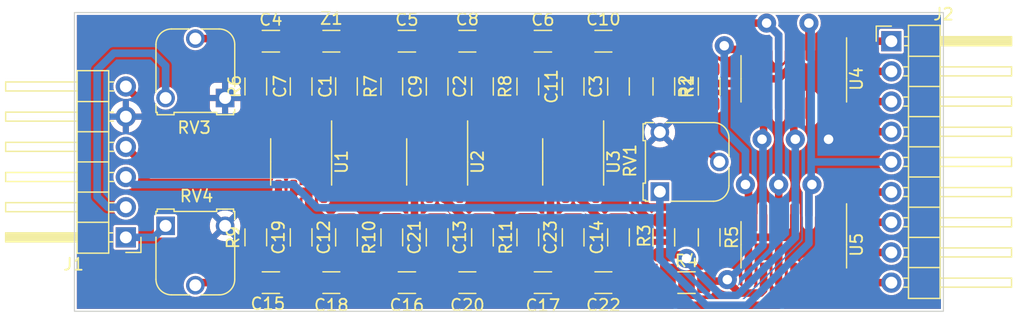
<source format=kicad_pcb>
(kicad_pcb (version 20211014) (generator pcbnew)
  (layers (0 "F.Cu" mixed) (31 "B.Cu" power) (34 "B.Paste" user) (35 "F.Paste" user) (36 "B.SilkS" user "B.Silkscreen") (37 "F.SilkS" user "F.Silkscreen") (38 "B.Mask" user) (39 "F.Mask" user) (44 "Edge.Cuts" user))
  (net 0 "")
  (net 1 "GND")
  (net 2 "audio_right")
  (net 3 "audio_left")
  (net 4 "+5V")
  (net 5 "-15V")
  (net 6 "+15V")
  (net 7 "Net-(C1-Pad1)")
  (net 8 "Net-(C2-Pad1)")
  (net 9 "Net-(C10-Pad1)")
  (net 10 "Net-(C12-Pad1)")
  (net 11 "Net-(J1-Pad1)")
  (net 12 "Net-(J1-Pad2)")
  (net 13 "Net-(J2-Pad1)")
  (net 14 "Net-(J2-Pad2)")
  (net 15 "Net-(R1-Pad2)")
  (net 16 "Net-(R1-Pad1)")
  (net 17 "Net-(R2-Pad2)")
  (net 18 "Net-(R3-Pad2)")
  (net 19 "Net-(R4-Pad2)")
  (net 20 "Net-(U3-Pad1)")
  (net 21 "Net-(U2-Pad3)")
  (net 22 "Net-(U3-Pad3)")
  (net 23 "Net-(U2-Pad6)")
  (net 24 "Net-(U3-Pad6)")
  (net 25 "Net-(U2-Pad5)")
  (net 26 "Net-(U3-Pad5)")
  (net 27 "Net-(U1-Pad1)")
  (net 28 "Net-(U2-Pad2)")
  (net 29 "Net-(U1-Pad3)")
  (net 30 "Net-(U1-Pad6)")
  (net 31 "Net-(C13-Pad1)")
  (net 32 "Net-(C14-Pad1)")
  (net 33 "Net-(U1-Pad5)")
  (net 34 "Net-(J2-Pad3)")
  (net 35 "Net-(J2-Pad4)")
  (net 36 "Net-(J2-Pad6)")
  (net 37 "Net-(J2-Pad7)")
  (net 38 "Net-(J2-Pad8)")
  (net 39 "Net-(J2-Pad9)")
  (footprint "Resistor_SMD:R_1206_3216Metric" (layer "F.Cu") (at 162.56 67.945 -90)
    (fp_text reference "C3")
    (fp_text value "307")
  )
  (footprint "Resistor_SMD:R_1206_3216Metric" (layer "F.Cu") (at 139.7 67.945 -90)
    (fp_text reference "C1")
    (fp_text value "93.1")
  )
  (footprint "Package_SO:SO-14_3.9x8.65mm_P1.27mm" (layer "F.Cu") (at 177.292 81.27 -90)
    (fp_text reference "U5")
    (fp_text value "LM339DR")
  )
  (footprint "Resistor_SMD:R_1206_3216Metric" (layer "F.Cu") (at 168.275 84.455)
    (fp_text reference "R4")
    (fp_text value "100k")
  )
  (footprint "Resistor_SMD:R_1206_3216Metric" (layer "F.Cu") (at 133.35 84.455)
    (fp_text reference "C15")
    (fp_text value "100n")
  )
  (footprint "Resistor_SMD:R_1206_3216Metric" (layer "F.Cu") (at 156.21 84.455)
    (fp_text reference "C17")
    (fp_text value "100n")
  )
  (footprint "Capacitor_SMD:C_1206_3216Metric" (layer "F.Cu") (at 161.29 84.455)
    (fp_text reference "C22")
    (fp_text value "DNP")
  )
  (footprint "Capacitor_SMD:C_1206_3216Metric" (layer "F.Cu") (at 143.51 80.645 90)
    (fp_text reference "R10")
    (fp_text value "100n")
  )
  (footprint "Capacitor_SMD:C_1206_3216Metric" (layer "F.Cu") (at 149.86 84.455)
    (fp_text reference "C20")
    (fp_text value "DNP")
  )
  (footprint "Resistor_SMD:R_1206_3216Metric" (layer "F.Cu") (at 170.18 67.945 90)
    (fp_text reference "R1")
    (fp_text value "100k")
  )
  (footprint "Potentiometer_THT:Potentiometer_Runtron_RM-065_Vertical" (layer "F.Cu") (at 166.035 76.795 90)
    (fp_text reference "RV1")
    (fp_text value "10k")
  )
  (footprint "Resistor_SMD:R_1206_3216Metric" (layer "F.Cu") (at 166.37 67.945 -90)
    (fp_text reference "R2")
    (fp_text value "100k")
  )
  (footprint "Resistor_SMD:R_1206_3216Metric" (layer "F.Cu") (at 144.78 64.135)
    (fp_text reference "C5")
    (fp_text value "100n")
  )
  (footprint "Resistor_SMD:R_1206_3216Metric" (layer "F.Cu") (at 158.75 80.645 -90)
    (fp_text reference "C23")
    (fp_text value "330")
  )
  (footprint "Connector_PinHeader_2.54mm:PinHeader_1x09_P2.54mm_Horizontal" (layer "F.Cu") (at 185.49 64.135)
    (fp_text reference "J2")
    (fp_text value "Conn_01x09_Male")
  )
  (footprint "Capacitor_SMD:C_1206_3216Metric" (layer "F.Cu") (at 149.86 64.135)
    (fp_text reference "C8")
    (fp_text value "DNP")
  )
  (footprint "Resistor_SMD:R_1206_3216Metric" (layer "F.Cu") (at 162.56 80.645 90)
    (fp_text reference "C14")
    (fp_text value "307")
  )
  (footprint "Capacitor_SMD:C_1206_3216Metric" (layer "F.Cu") (at 143.51 67.945 -90)
    (fp_text reference "R7")
    (fp_text value "100n")
  )
  (footprint "Resistor_SMD:R_1206_3216Metric" (layer "F.Cu") (at 147.32 80.645 -90)
    (fp_text reference "C21")
    (fp_text value "453")
  )
  (footprint "Package_SO:SOIC-8_3.9x4.9mm_P1.27mm" (layer "F.Cu") (at 135.89 74.295 -90)
    (fp_text reference "U1")
    (fp_text value "LF353DR")
  )
  (footprint "Resistor_SMD:R_1206_3216Metric" (layer "F.Cu") (at 151.13 80.645 90)
    (fp_text reference "C13")
    (fp_text value "226")
  )
  (footprint "Package_SO:SOIC-8_3.9x4.9mm_P1.27mm" (layer "F.Cu") (at 147.32 74.295 -90)
    (fp_text reference "U2")
    (fp_text value "LF353DR")
  )
  (footprint "Resistor_SMD:R_1206_3216Metric" (layer "F.Cu") (at 135.89 80.645 -90)
    (fp_text reference "C19")
    (fp_text value "1k10")
  )
  (footprint "Resistor_SMD:R_1206_3216Metric" (layer "F.Cu") (at 151.13 67.945 -90)
    (fp_text reference "C2")
    (fp_text value "226")
  )
  (footprint "Capacitor_SMD:C_1206_3216Metric" (layer "F.Cu") (at 161.29 64.135)
    (fp_text reference "C10")
    (fp_text value "DNP")
  )
  (footprint "Capacitor_SMD:C_1206_3216Metric" (layer "F.Cu") (at 154.94 67.945 -90)
    (fp_text reference "R8")
    (fp_text value "100n")
  )
  (footprint "Potentiometer_THT:Potentiometer_Runtron_RM-065_Vertical" (layer "F.Cu") (at 129.5 68.915 180)
    (fp_text reference "RV3")
    (fp_text value "10k")
  )
  (footprint "Capacitor_SMD:C_1206_3216Metric" (layer "F.Cu") (at 154.94 80.645 90)
    (fp_text reference "R11")
    (fp_text value "100n")
  )
  (footprint "Resistor_SMD:R_1206_3216Metric" (layer "F.Cu") (at 170.18 80.645 90)
    (fp_text reference "R5")
    (fp_text value "100k")
  )
  (footprint "Connector_PinHeader_2.54mm:PinHeader_1x06_P2.54mm_Horizontal" (layer "F.Cu") (at 121.158 80.645 180)
    (fp_text reference "J1")
    (fp_text value "Conn_01x06")
  )
  (footprint "Resistor_SMD:R_1206_3216Metric" (layer "F.Cu") (at 144.78 84.455)
    (fp_text reference "C16")
    (fp_text value "100n")
  )
  (footprint "Package_SO:SO-14_3.9x8.65mm_P1.27mm" (layer "F.Cu") (at 177.292 67.3 -90)
    (fp_text reference "U4")
    (fp_text value "LM339DR")
  )
  (footprint "Resistor_SMD:R_1206_3216Metric" (layer "F.Cu") (at 158.75 67.945 90)
    (fp_text reference "C11")
    (fp_text value "330")
  )
  (footprint "Resistor_SMD:R_1206_3216Metric" (layer "F.Cu") (at 147.32 67.945 90)
    (fp_text reference "C9")
    (fp_text value "453")
  )
  (footprint "Capacitor_SMD:C_1206_3216Metric" (layer "F.Cu") (at 138.43 64.135)
    (fp_text reference "Z1")
    (fp_text value "DNP")
  )
  (footprint "Potentiometer_THT:Potentiometer_Runtron_RM-065_Vertical" (layer "F.Cu") (at 124.5 79.675)
    (fp_text reference "RV4")
    (fp_text value "10k")
  )
  (footprint "Resistor_SMD:R_1206_3216Metric" (layer "F.Cu") (at 135.89 67.945 90)
    (fp_text reference "C7")
    (fp_text value "1k10")
  )
  (footprint "Package_SO:SOIC-8_3.9x4.9mm_P1.27mm" (layer "F.Cu") (at 158.75 74.295 -90)
    (fp_text reference "U3")
    (fp_text value "LF353DR")
  )
  (footprint "Resistor_SMD:R_1206_3216Metric" (layer "F.Cu") (at 133.35 64.135)
    (fp_text reference "C4")
    (fp_text value "100n")
  )
  (footprint "Capacitor_SMD:C_1206_3216Metric" (layer "F.Cu") (at 138.43 84.455)
    (fp_text reference "C18")
    (fp_text value "DNP")
  )
  (footprint "Resistor_SMD:R_1206_3216Metric" (layer "F.Cu") (at 156.21 64.135)
    (fp_text reference "C6")
    (fp_text value "100n")
  )
  (footprint "Resistor_SMD:R_1206_3216Metric" (layer "F.Cu") (at 139.7 80.645 90)
    (fp_text reference "C12")
    (fp_text value "93.1")
  )
  (footprint "Capacitor_SMD:C_1206_3216Metric" (layer "F.Cu") (at 132.08 67.945 -90)
    (fp_text reference "R6")
    (fp_text value "100n")
  )
  (footprint "Resistor_SMD:R_1206_3216Metric" (layer "F.Cu") (at 166.37 80.645 -90)
    (fp_text reference "R3")
    (fp_text value "100k")
  )
  (footprint "Capacitor_SMD:C_1206_3216Metric" (layer "F.Cu") (at 132.08 80.645 90)
    (fp_text reference "R9")
    (fp_text value "100n")
  )
  (gr_rect (start 116.84 61.722) (end 189.865 86.868) (layer "Edge.Cuts") (width 0.1) (fill none))
  (via (at 180.213 72.39) (size 1.6) (drill 0.8) (layers "F.Cu" "B.Cu") (net 1))
  (segment (start 127.22 84.455) (end 127 84.675) (width 0.635) (layer "F.Cu") (net 2))
  (segment (start 131.8875 84.455) (end 127.22 84.455) (width 0.635) (layer "F.Cu") (net 2))
  (segment (start 129.32 63.915) (end 129.54 64.135) (width 0.635) (layer "F.Cu") (net 3))
  (segment (start 129.54 64.135) (end 131.8875 64.135) (width 0.635) (layer "F.Cu") (net 3))
  (segment (start 127 63.915) (end 129.32 63.915) (width 0.635) (layer "F.Cu") (net 3))
  (segment (start 178.562 78.795) (end 178.562 76.073) (width 0.635) (layer "F.Cu") (net 4))
  (segment (start 178.562 64.825) (end 178.562 62.611) (width 0.635) (layer "F.Cu") (net 4))
  (via (at 178.562 62.611) (size 1.6) (drill 0.8) (layers "F.Cu" "B.Cu") (net 4))
  (via (at 178.816 76.2) (size 1.6) (drill 0.8) (layers "F.Cu" "B.Cu") (net 4))
  (segment (start 185.49 74.295) (end 178.816 74.295) (width 0.635) (layer "B.Cu") (net 4))
  (segment (start 169.926 86.36) (end 173.355 86.36) (width 0.635) (layer "B.Cu") (net 4))
  (segment (start 166.035 78.278) (end 166.035 82.469) (width 0.635) (layer "B.Cu") (net 4))
  (segment (start 135.255 76.2) (end 137.210211 78.155211) (width 0.635) (layer "B.Cu") (net 4))
  (segment (start 178.816 74.295) (end 178.7525 74.3585) (width 0.635) (layer "B.Cu") (net 4))
  (segment (start 166.116 82.55) (end 169.926 86.36) (width 0.635) (layer "B.Cu") (net 4))
  (segment (start 173.355 86.36) (end 178.562 81.153) (width 0.635) (layer "B.Cu") (net 4))
  (segment (start 178.7525 62.8015) (end 178.7525 74.3585) (width 0.635) (layer "B.Cu") (net 4))
  (segment (start 178.562 76.073) (end 178.7525 75.8825) (width 0.635) (layer "B.Cu") (net 4))
  (segment (start 137.210211 78.155211) (end 165.912211 78.155211) (width 0.635) (layer "B.Cu") (net 4))
  (segment (start 166.035 76.795) (end 166.035 78.278) (width 0.635) (layer "B.Cu") (net 4))
  (segment (start 178.7525 74.3585) (end 178.7525 75.8825) (width 0.635) (layer "B.Cu") (net 4))
  (segment (start 165.912211 78.155211) (end 166.035 78.278) (width 0.635) (layer "B.Cu") (net 4))
  (segment (start 121.793 76.2) (end 135.255 76.2) (width 0.635) (layer "B.Cu") (net 4))
  (segment (start 121.158 75.565) (end 121.793 76.2) (width 0.635) (layer "B.Cu") (net 4))
  (segment (start 166.035 82.469) (end 166.116 82.55) (width 0.635) (layer "B.Cu") (net 4))
  (segment (start 178.562 81.153) (end 178.562 76.073) (width 0.635) (layer "B.Cu") (net 4))
  (segment (start 178.562 62.611) (end 178.7525 62.8015) (width 0.635) (layer "B.Cu") (net 4))
  (segment (start 145.542 73.406) (end 156.21 73.406) (width 0.635) (layer "F.Cu") (net 5))
  (segment (start 134.239 73.406) (end 126.619 73.406) (width 0.635) (layer "F.Cu") (net 5))
  (segment (start 145.415 71.82) (end 145.415 73.279) (width 0.635) (layer "F.Cu") (net 5))
  (segment (start 133.985 71.82) (end 133.985 73.152) (width 0.635) (layer "F.Cu") (net 5))
  (segment (start 133.985 73.152) (end 134.239 73.406) (width 0.635) (layer "F.Cu") (net 5))
  (segment (start 134.239 73.406) (end 145.542 73.406) (width 0.635) (layer "F.Cu") (net 5))
  (segment (start 156.21 73.406) (end 156.845 72.771) (width 0.635) (layer "F.Cu") (net 5))
  (segment (start 145.415 73.279) (end 145.542 73.406) (width 0.635) (layer "F.Cu") (net 5))
  (segment (start 126.619 73.406) (end 121.158 67.945) (width 0.635) (layer "F.Cu") (net 5))
  (segment (start 149.225 76.77) (end 149.225 75.184) (width 0.635) (layer "F.Cu") (net 6))
  (segment (start 137.922 75.184) (end 123.317 75.184) (width 0.635) (layer "F.Cu") (net 6))
  (segment (start 160.655 76.77) (end 160.655 75.819) (width 0.635) (layer "F.Cu") (net 6))
  (segment (start 137.922 75.184) (end 149.225 75.184) (width 0.635) (layer "F.Cu") (net 6))
  (segment (start 137.795 76.77) (end 137.795 75.311) (width 0.635) (layer "F.Cu") (net 6))
  (segment (start 149.225 75.184) (end 160.02 75.184) (width 0.635) (layer "F.Cu") (net 6))
  (segment (start 160.655 75.819) (end 160.02 75.184) (width 0.635) (layer "F.Cu") (net 6))
  (segment (start 123.317 75.184) (end 121.158 73.025) (width 0.635) (layer "F.Cu") (net 6))
  (segment (start 137.795 75.311) (end 137.922 75.184) (width 0.635) (layer "F.Cu") (net 6))
  (segment (start 138.2375 66.4825) (end 139.7 66.4825) (width 0.635) (layer "F.Cu") (net 7))
  (segment (start 136.955 64.135) (end 136.955 65.2) (width 0.635) (layer "F.Cu") (net 7))
  (segment (start 133.555 66.47) (end 134.8125 65.2125) (width 0.635) (layer "F.Cu") (net 7))
  (segment (start 136.955 65.2) (end 138.2375 66.4825) (width 0.635) (layer "F.Cu") (net 7))
  (segment (start 132.08 66.47) (end 133.555 66.47) (width 0.635) (layer "F.Cu") (net 7))
  (segment (start 134.8125 65.2125) (end 134.8125 64.135) (width 0.635) (layer "F.Cu") (net 7))
  (segment (start 134.8125 64.135) (end 136.955 64.135) (width 0.635) (layer "F.Cu") (net 7))
  (segment (start 148.385 64.135) (end 148.385 65.2) (width 0.635) (layer "F.Cu") (net 8))
  (segment (start 146.2425 65.2125) (end 146.2425 64.135) (width 0.635) (layer "F.Cu") (net 8))
  (segment (start 148.385 65.2) (end 149.6675 66.4825) (width 0.635) (layer "F.Cu") (net 8))
  (segment (start 146.2425 64.135) (end 148.385 64.135) (width 0.635) (layer "F.Cu") (net 8))
  (segment (start 143.51 66.47) (end 144.985 66.47) (width 0.635) (layer "F.Cu") (net 8))
  (segment (start 149.6675 66.4825) (end 151.13 66.4825) (width 0.635) (layer "F.Cu") (net 8))
  (segment (start 144.985 66.47) (end 146.2425 65.2125) (width 0.635) (layer "F.Cu") (net 8))
  (segment (start 162.56 66.4825) (end 161.0975 66.4825) (width 0.635) (layer "F.Cu") (net 9))
  (segment (start 159.815 65.2) (end 159.815 64.135) (width 0.635) (layer "F.Cu") (net 9))
  (segment (start 161.0975 66.4825) (end 159.815 65.2) (width 0.635) (layer "F.Cu") (net 9))
  (segment (start 156.415 66.47) (end 157.6725 65.2125) (width 0.635) (layer "F.Cu") (net 9))
  (segment (start 157.6725 65.2125) (end 157.6725 64.135) (width 0.635) (layer "F.Cu") (net 9))
  (segment (start 154.94 66.47) (end 156.415 66.47) (width 0.635) (layer "F.Cu") (net 9))
  (segment (start 157.6725 64.135) (end 159.815 64.135) (width 0.635) (layer "F.Cu") (net 9))
  (segment (start 133.555 82.12) (end 134.8125 83.3775) (width 0.635) (layer "F.Cu") (net 10))
  (segment (start 132.08 82.12) (end 133.555 82.12) (width 0.635) (layer "F.Cu") (net 10))
  (segment (start 136.955 83.39) (end 136.955 84.455) (width 0.635) (layer "F.Cu") (net 10))
  (segment (start 134.8125 84.455) (end 136.955 84.455) (width 0.635) (layer "F.Cu") (net 10))
  (segment (start 139.7 82.1075) (end 138.2375 82.1075) (width 0.635) (layer "F.Cu") (net 10))
  (segment (start 134.8125 83.3775) (end 134.8125 84.455) (width 0.635) (layer "F.Cu") (net 10))
  (segment (start 138.2375 82.1075) (end 136.955 83.39) (width 0.635) (layer "F.Cu") (net 10))
  (segment (start 121.158 80.645) (end 123.53 80.645) (width 0.635) (layer "B.Cu") (net 11))
  (segment (start 123.53 80.645) (end 124.5 79.675) (width 0.635) (layer "B.Cu") (net 11))
  (segment (start 124.5 66.207) (end 124.5 68.915) (width 0.635) (layer "B.Cu") (net 12))
  (segment (start 118.745 66.548) (end 120.142 65.151) (width 0.635) (layer "B.Cu") (net 12))
  (segment (start 123.444 65.151) (end 124.5 66.207) (width 0.635) (layer "B.Cu") (net 12))
  (segment (start 118.745 77.216) (end 118.745 66.548) (width 0.635) (layer "B.Cu") (net 12))
  (segment (start 121.158 78.105) (end 119.634 78.105) (width 0.635) (layer "B.Cu") (net 12))
  (segment (start 119.634 78.105) (end 118.745 77.216) (width 0.635) (layer "B.Cu") (net 12))
  (segment (start 120.142 65.151) (end 123.444 65.151) (width 0.635) (layer "B.Cu") (net 12))
  (segment (start 185.49 64.135) (end 183.398 64.135) (width 0.635) (layer "F.Cu") (net 13))
  (segment (start 180.217 63.105) (end 182.368 63.105) (width 0.635) (layer "F.Cu") (net 13))
  (segment (start 182.368 63.105) (end 183.398 64.135) (width 0.635) (layer "F.Cu") (net 13))
  (segment (start 179.832 64.825) (end 179.832 63.49) (width 0.635) (layer "F.Cu") (net 13))
  (segment (start 179.832 63.49) (end 180.217 63.105) (width 0.635) (layer "F.Cu") (net 13))
  (segment (start 181.421 64.825) (end 183.271 66.675) (width 0.635) (layer "F.Cu") (net 14))
  (segment (start 181.102 64.825) (end 181.421 64.825) (width 0.635) (layer "F.Cu") (net 14))
  (segment (start 185.49 66.675) (end 183.271 66.675) (width 0.635) (layer "F.Cu") (net 14))
  (segment (start 176.022 64.825) (end 176.022 63.627) (width 0.635) (layer "F.Cu") (net 15))
  (segment (start 170.18 66.4825) (end 168.2135 66.4825) (width 0.635) (layer "F.Cu") (net 15))
  (segment (start 168.2135 66.4825) (end 166.37 66.4825) (width 0.635) (layer "F.Cu") (net 15))
  (segment (start 168.2135 64.5775) (end 168.2135 66.4825) (width 0.635) (layer "F.Cu") (net 15))
  (segment (start 176.2145 76.6325) (end 176.022 76.825) (width 0.635) (layer "F.Cu") (net 15))
  (segment (start 176.022 78.795) (end 176.022 76.825) (width 0.635) (layer "F.Cu") (net 15))
  (segment (start 176.022 63.627) (end 175.006 62.611) (width 0.635) (layer "F.Cu") (net 15))
  (segment (start 170.18 62.611) (end 168.2135 64.5775) (width 0.635) (layer "F.Cu") (net 15))
  (segment (start 175.006 62.611) (end 170.18 62.611) (width 0.635) (layer "F.Cu") (net 15))
  (via (at 176.022 76.2) (size 1.6) (drill 0.8) (layers "F.Cu" "B.Cu") (net 15))
  (via (at 175.006 62.611) (size 1.6) (drill 0.8) (layers "F.Cu" "B.Cu") (net 15))
  (segment (start 176.022 63.627) (end 175.006 62.611) (width 0.635) (layer "B.Cu") (net 15))
  (segment (start 176.022 76.825) (end 176.022 63.627) (width 0.635) (layer "B.Cu") (net 15))
  (segment (start 170.18 73.44) (end 171.035 74.295) (width 0.635) (layer "F.Cu") (net 16))
  (segment (start 170.18 69.4075) (end 170.18 73.44) (width 0.635) (layer "F.Cu") (net 16))
  (segment (start 163.957 70.612) (end 165.1615 69.4075) (width 0.635) (layer "F.Cu") (net 17))
  (segment (start 165.1615 69.4075) (end 166.37 69.4075) (width 0.635) (layer "F.Cu") (net 17))
  (segment (start 173.482 78.795) (end 173.482 76.825) (width 0.635) (layer "F.Cu") (net 17))
  (segment (start 172.857 76.2) (end 173.482 76.825) (width 0.635) (layer "F.Cu") (net 17))
  (segment (start 166.37 79.1825) (end 167.38922 80.20172) (width 0.508) (layer "F.Cu") (net 17))
  (segment (start 171.759 64.825) (end 171.45 64.516) (width 0.635) (layer "F.Cu") (net 17))
  (segment (start 167.38922 80.20172) (end 172.07528 80.20172) (width 0.508) (layer "F.Cu") (net 17))
  (segment (start 166.37 79.1825) (end 165.1615 79.1825) (width 0.635) (layer "F.Cu") (net 17))
  (segment (start 165.1615 79.1825) (end 163.957 77.978) (width 0.635) (layer "F.Cu") (net 17))
  (segment (start 163.957 77.978) (end 163.957 70.612) (width 0.635) (layer "F.Cu") (net 17))
  (segment (start 172.07528 80.20172) (end 173.482 78.795) (width 0.508) (layer "F.Cu") (net 17))
  (segment (start 173.482 64.825) (end 171.759 64.825) (width 0.635) (layer "F.Cu") (net 17))
  (via (at 173.228 76.2) (size 1.6) (drill 0.8) (layers "F.Cu" "B.Cu") (net 17))
  (via (at 171.45 64.516) (size 1.6) (drill 0.8) (layers "F.Cu" "B.Cu") (net 17))
  (segment (start 173.228 73.406) (end 173.228 76.2) (width 0.635) (layer "B.Cu") (net 17))
  (segment (start 171.45 71.628) (end 171.45 64.516) (width 0.635) (layer "B.Cu") (net 17))
  (segment (start 171.45 71.628) (end 173.228 73.406) (width 0.635) (layer "B.Cu") (net 17))
  (segment (start 167.64 86.36) (end 166.8125 85.5325) (width 0.635) (layer "F.Cu") (net 18))
  (segment (start 166.37 84.0125) (end 166.8125 84.455) (width 0.635) (layer "F.Cu") (net 18))
  (segment (start 166.37 82.1075) (end 166.37 84.0125) (width 0.635) (layer "F.Cu") (net 18))
  (segment (start 166.37 82.1075) (end 168.2135 82.1075) (width 0.635) (layer "F.Cu") (net 18))
  (segment (start 177.292 85.08) (end 176.012 86.36) (width 0.635) (layer "F.Cu") (net 18))
  (segment (start 176.012 86.36) (end 167.64 86.36) (width 0.635) (layer "F.Cu") (net 18))
  (segment (start 177.292 83.745) (end 177.292 85.08) (width 0.635) (layer "F.Cu") (net 18))
  (segment (start 166.8125 85.5325) (end 166.8125 84.455) (width 0.635) (layer "F.Cu") (net 18))
  (segment (start 177.292 69.775) (end 177.292 71.745) (width 0.635) (layer "F.Cu") (net 18))
  (via (at 168.275 82.423) (size 1.6) (drill 0.8) (layers "F.Cu" "B.Cu") (net 18))
  (via (at 177.419 72.39) (size 1.6) (drill 0.8) (layers "F.Cu" "B.Cu") (net 18))
  (segment (start 168.2135 82.577561) (end 171.158219 85.52228) (width 0.635) (layer "B.Cu") (net 18))
  (segment (start 177.419 80.645) (end 177.419 71.872) (width 0.635) (layer "B.Cu") (net 18))
  (segment (start 171.158219 85.52228) (end 172.54172 85.52228) (width 0.635) (layer "B.Cu") (net 18))
  (segment (start 172.54172 85.52228) (end 177.419 80.645) (width 0.635) (layer "B.Cu") (net 18))
  (segment (start 174.752 83.745) (end 174.752 85.08) (width 0.635) (layer "F.Cu") (net 19))
  (segment (start 170.18 84.0125) (end 169.7375 84.455) (width 0.635) (layer "F.Cu") (net 19))
  (segment (start 169.8645 84.328) (end 171.704 84.328) (width 0.635) (layer "F.Cu") (net 19))
  (segment (start 169.7375 84.455) (end 169.8645 84.328) (width 0.635) (layer "F.Cu") (net 19))
  (segment (start 174.752 69.775) (end 174.752 71.745) (width 0.635) (layer "F.Cu") (net 19))
  (segment (start 174.752 85.08) (end 174.498 85.334) (width 0.635) (layer "F.Cu") (net 19))
  (segment (start 170.18 82.1075) (end 170.18 84.0125) (width 0.635) (layer "F.Cu") (net 19))
  (segment (start 171.704 84.328) (end 172.71 85.334) (width 0.635) (layer "F.Cu") (net 19))
  (segment (start 172.71 85.334) (end 174.498 85.334) (width 0.635) (layer "F.Cu") (net 19))
  (via (at 171.704 84.201) (size 1.6) (drill 0.8) (layers "F.Cu" "B.Cu") (net 19))
  (via (at 174.625 72.39) (size 1.6) (drill 0.8) (layers "F.Cu" "B.Cu") (net 19))
  (segment (start 174.701789 81.330211) (end 174.701789 71.795211) (width 0.635) (layer "B.Cu") (net 19))
  (segment (start 171.704 84.328) (end 174.701789 81.330211) (width 0.635) (layer "B.Cu") (net 19))
  (segment (start 174.752 67.3) (end 173.482 67.3) (width 0.635) (layer "F.Cu") (net 20))
  (segment (start 159.385 71.82) (end 160.655 71.82) (width 0.635) (layer "F.Cu") (net 20))
  (segment (start 173.482 67.945) (end 173.482 67.3) (width 0.635) (layer "F.Cu") (net 20))
  (segment (start 161.3515 69.4075) (end 162.56 69.4075) (width 0.635) (layer "F.Cu") (net 20))
  (segment (start 174.752 64.825) (end 174.752 67.3) (width 0.635) (layer "F.Cu") (net 20))
  (segment (start 177.292 64.825) (end 177.292 66.03) (width 0.635) (layer "F.Cu") (net 20))
  (segment (start 176.022 67.3) (end 174.752 67.3) (width 0.635) (layer "F.Cu") (net 20))
  (segment (start 162.56 69.4075) (end 162.56 68.326) (width 0.635) (layer "F.Cu") (net 20))
  (segment (start 162.56 68.326) (end 163.322 67.564) (width 0.635) (layer "F.Cu") (net 20))
  (segment (start 163.322 67.691) (end 173.482 67.691) (width 0.635) (layer "F.Cu") (net 20))
  (segment (start 160.655 71.82) (end 160.655 70.104) (width 0.635) (layer "F.Cu") (net 20))
  (segment (start 177.292 66.03) (end 176.022 67.3) (width 0.635) (layer "F.Cu") (net 20))
  (segment (start 173.482 69.775) (end 173.482 67.945) (width 0.635) (layer "F.Cu") (net 20))
  (segment (start 176.022 69.775) (end 176.022 67.3) (width 0.635) (layer "F.Cu") (net 20))
  (segment (start 160.655 70.104) (end 161.3515 69.4075) (width 0.635) (layer "F.Cu") (net 20))
  (segment (start 147.32 70.485) (end 147.32 69.4075) (width 0.635) (layer "F.Cu") (net 21))
  (segment (start 147.3075 69.42) (end 147.32 69.4075) (width 0.635) (layer "F.Cu") (net 21))
  (segment (start 146.685 70.485) (end 147.32 70.485) (width 0.635) (layer "F.Cu") (net 21))
  (segment (start 143.51 69.42) (end 147.3075 69.42) (width 0.635) (layer "F.Cu") (net 21))
  (segment (start 146.685 71.82) (end 146.685 70.485) (width 0.635) (layer "F.Cu") (net 21))
  (segment (start 158.115 71.82) (end 158.115 70.485) (width 0.635) (layer "F.Cu") (net 22))
  (segment (start 158.115 70.485) (end 158.75 70.485) (width 0.635) (layer "F.Cu") (net 22))
  (segment (start 154.94 69.42) (end 158.7375 69.42) (width 0.635) (layer "F.Cu") (net 22))
  (segment (start 158.7375 69.42) (end 158.75 69.4075) (width 0.635) (layer "F.Cu") (net 22))
  (segment (start 158.75 70.485) (end 158.75 69.4075) (width 0.635) (layer "F.Cu") (net 22))
  (segment (start 151.13 79.1825) (end 151.13 80.01) (width 0.635) (layer "F.Cu") (net 23))
  (segment (start 147.955 77.422834) (end 149.714666 79.1825) (width 0.635) (layer "F.Cu") (net 23))
  (segment (start 153.035 81.915) (end 153.035 83.82) (width 0.635) (layer "F.Cu") (net 23))
  (segment (start 146.685 76.77) (end 147.955 76.77) (width 0.635) (layer "F.Cu") (net 23))
  (segment (start 151.13 80.01) (end 153.035 81.915) (width 0.635) (layer "F.Cu") (net 23))
  (segment (start 149.714666 79.1825) (end 151.13 79.1825) (width 0.635) (layer "F.Cu") (net 23))
  (segment (start 147.955 76.77) (end 147.955 77.422834) (width 0.635) (layer "F.Cu") (net 23))
  (segment (start 153.035 83.82) (end 153.67 84.455) (width 0.635) (layer "F.Cu") (net 23))
  (segment (start 153.67 84.455) (end 154.7475 84.455) (width 0.635) (layer "F.Cu") (net 23))
  (segment (start 173.482 81.026) (end 173.482 80.635) (width 0.635) (layer "F.Cu") (net 24))
  (segment (start 158.115 76.77) (end 159.385 76.77) (width 0.635) (layer "F.Cu") (net 24))
  (segment (start 174.752 80.635) (end 176.022 80.635) (width 0.635) (layer "F.Cu") (net 24))
  (segment (start 173.482 80.635) (end 174.752 80.635) (width 0.635) (layer "F.Cu") (net 24))
  (segment (start 174.752 80.635) (end 174.752 78.795) (width 0.635) (layer "F.Cu") (net 24))
  (segment (start 176.022 80.635) (end 176.657 80.635) (width 0.635) (layer "F.Cu") (net 24))
  (segment (start 164.40228 81.02478) (end 162.56 79.1825) (width 0.508) (layer "F.Cu") (net 24))
  (segment (start 159.385 77.47) (end 161.0975 79.1825) (width 0.635) (layer "F.Cu") (net 24))
  (segment (start 161.0975 79.1825) (end 162.56 79.1825) (width 0.635) (layer "F.Cu") (net 24))
  (segment (start 176.022 83.745) (end 176.022 80.635) (width 0.635) (layer "F.Cu") (net 24))
  (segment (start 159.385 76.77) (end 159.385 77.47) (width 0.635) (layer "F.Cu") (net 24))
  (segment (start 173.48078 81.02478) (end 173.482 81.026) (width 0.635) (layer "F.Cu") (net 24))
  (segment (start 177.292 80) (end 177.292 78.795) (width 0.635) (layer "F.Cu") (net 24))
  (segment (start 173.48078 81.02478) (end 164.40228 81.02478) (width 0.508) (layer "F.Cu") (net 24))
  (segment (start 176.657 80.635) (end 177.292 80) (width 0.635) (layer "F.Cu") (net 24))
  (segment (start 173.482 83.745) (end 173.482 81.026) (width 0.635) (layer "F.Cu") (net 24))
  (segment (start 145.415 76.77) (end 145.415 78.965) (width 0.635) (layer "F.Cu") (net 25))
  (segment (start 145.62 79.17) (end 147.3075 79.17) (width 0.635) (layer "F.Cu") (net 25))
  (segment (start 143.51 79.17) (end 145.62 79.17) (width 0.635) (layer "F.Cu") (net 25))
  (segment (start 145.415 78.965) (end 145.62 79.17) (width 0.635) (layer "F.Cu") (net 25))
  (segment (start 147.3075 79.17) (end 147.32 79.1825) (width 0.635) (layer "F.Cu") (net 25))
  (segment (start 156.845 76.77) (end 156.845 78.965) (width 0.635) (layer "F.Cu") (net 26))
  (segment (start 157.05 79.17) (end 158.7375 79.17) (width 0.635) (layer "F.Cu") (net 26))
  (segment (start 156.845 78.965) (end 157.05 79.17) (width 0.635) (layer "F.Cu") (net 26))
  (segment (start 158.7375 79.17) (end 158.75 79.1825) (width 0.635) (layer "F.Cu") (net 26))
  (segment (start 154.94 79.17) (end 157.05 79.17) (width 0.635) (layer "F.Cu") (net 26))
  (segment (start 142.875 64.135) (end 143.3175 64.135) (width 0.635) (layer "F.Cu") (net 27))
  (segment (start 139.7 69.4075) (end 139.7 68.58) (width 0.635) (layer "F.Cu") (net 27))
  (segment (start 139.7 70.485) (end 139.7 69.4075) (width 0.635) (layer "F.Cu") (net 27))
  (segment (start 137.795 71.82) (end 138.365 71.82) (width 0.635) (layer "F.Cu") (net 27))
  (segment (start 141.605 65.405) (end 142.875 64.135) (width 0.635) (layer "F.Cu") (net 27))
  (segment (start 138.365 71.82) (end 139.7 70.485) (width 0.635) (layer "F.Cu") (net 27))
  (segment (start 136.525 71.82) (end 137.795 71.82) (width 0.635) (layer "F.Cu") (net 27))
  (segment (start 139.7 68.58) (end 141.605 66.675) (width 0.635) (layer "F.Cu") (net 27))
  (segment (start 141.605 66.675) (end 141.605 65.405) (width 0.635) (layer "F.Cu") (net 27))
  (segment (start 153.035 66.675) (end 153.035 64.77) (width 0.635) (layer "F.Cu") (net 28))
  (segment (start 149.795 71.82) (end 151.13 70.485) (width 0.635) (layer "F.Cu") (net 28))
  (segment (start 153.67 64.135) (end 154.7475 64.135) (width 0.635) (layer "F.Cu") (net 28))
  (segment (start 151.13 70.485) (end 151.13 69.4075) (width 0.635) (layer "F.Cu") (net 28))
  (segment (start 151.13 68.58) (end 153.035 66.675) (width 0.635) (layer "F.Cu") (net 28))
  (segment (start 151.13 69.4075) (end 151.13 68.58) (width 0.635) (layer "F.Cu") (net 28))
  (segment (start 147.955 71.82) (end 149.225 71.82) (width 0.635) (layer "F.Cu") (net 28))
  (segment (start 153.035 64.77) (end 153.67 64.135) (width 0.635) (layer "F.Cu") (net 28))
  (segment (start 149.225 71.82) (end 149.795 71.82) (width 0.635) (layer "F.Cu") (net 28))
  (segment (start 135.255 70.485) (end 135.89 70.485) (width 0.635) (layer "F.Cu") (net 29))
  (segment (start 135.8775 69.42) (end 135.89 69.4075) (width 0.635) (layer "F.Cu") (net 29))
  (segment (start 135.89 70.485) (end 135.89 69.4075) (width 0.635) (layer "F.Cu") (net 29))
  (segment (start 132.08 69.42) (end 135.8775 69.42) (width 0.635) (layer "F.Cu") (net 29))
  (segment (start 135.255 71.82) (end 135.255 70.485) (width 0.635) (layer "F.Cu") (net 29))
  (segment (start 136.834035 78.09978) (end 137.916755 79.1825) (width 0.635) (layer "F.Cu") (net 30))
  (segment (start 139.7 80.01) (end 141.605 81.915) (width 0.635) (layer "F.Cu") (net 30))
  (segment (start 141.605 81.915) (end 141.605 83.82) (width 0.635) (layer "F.Cu") (net 30))
  (segment (start 136.525 78.09978) (end 136.834035 78.09978) (width 0.635) (layer "F.Cu") (net 30))
  (segment (start 135.255 76.77) (end 136.525 76.77) (width 0.635) (layer "F.Cu") (net 30))
  (segment (start 141.605 83.82) (end 142.24 84.455) (width 0.635) (layer "F.Cu") (net 30))
  (segment (start 139.7 79.1825) (end 139.7 80.01) (width 0.635) (layer "F.Cu") (net 30))
  (segment (start 136.525 76.77) (end 136.525 78.09978) (width 0.635) (layer "F.Cu") (net 30))
  (segment (start 142.24 84.455) (end 143.3175 84.455) (width 0.635) (layer "F.Cu") (net 30))
  (segment (start 137.916755 79.1825) (end 139.7 79.1825) (width 0.635) (layer "F.Cu") (net 30))
  (segment (start 146.2425 84.455) (end 148.385 84.455) (width 0.635) (layer "F.Cu") (net 31))
  (segment (start 151.13 82.1075) (end 150.3025 82.1075) (width 0.635) (layer "F.Cu") (net 31))
  (segment (start 143.51 82.12) (end 144.985 82.12) (width 0.635) (layer "F.Cu") (net 31))
  (segment (start 144.985 82.12) (end 146.2425 83.3775) (width 0.635) (layer "F.Cu") (net 31))
  (segment (start 150.3025 82.1075) (end 148.385 84.025) (width 0.635) (layer "F.Cu") (net 31))
  (segment (start 148.385 84.025) (end 148.385 84.455) (width 0.635) (layer "F.Cu") (net 31))
  (segment (start 146.2425 83.3775) (end 146.2425 84.455) (width 0.635) (layer "F.Cu") (net 31))
  (segment (start 162.56 82.1075) (end 161.0975 82.1075) (width 0.635) (layer "F.Cu") (net 32))
  (segment (start 156.415 82.12) (end 157.6725 83.3775) (width 0.635) (layer "F.Cu") (net 32))
  (segment (start 157.6725 83.3775) (end 157.6725 84.455) (width 0.635) (layer "F.Cu") (net 32))
  (segment (start 157.6725 84.455) (end 159.815 84.455) (width 0.635) (layer "F.Cu") (net 32))
  (segment (start 154.94 82.12) (end 156.415 82.12) (width 0.635) (layer "F.Cu") (net 32))
  (segment (start 159.815 83.39) (end 159.815 84.455) (width 0.635) (layer "F.Cu") (net 32))
  (segment (start 161.0975 82.1075) (end 159.815 83.39) (width 0.635) (layer "F.Cu") (net 32))
  (segment (start 135.8775 79.17) (end 135.89 79.1825) (width 0.635) (layer "F.Cu") (net 33))
  (segment (start 133.985 78.965) (end 134.19 79.17) (width 0.635) (layer "F.Cu") (net 33))
  (segment (start 134.19 79.17) (end 135.8775 79.17) (width 0.635) (layer "F.Cu") (net 33))
  (segment (start 132.08 79.17) (end 134.19 79.17) (width 0.635) (layer "F.Cu") (net 33))
  (segment (start 133.985 76.77) (end 133.985 78.965) (width 0.635) (layer "F.Cu") (net 33))
  (segment (start 181.864 67.808) (end 183.271 69.215) (width 0.635) (layer "F.Cu") (net 34))
  (segment (start 180.34 67.808) (end 181.864 67.808) (width 0.635) (layer "F.Cu") (net 34))
  (segment (start 179.832 69.775) (end 179.832 68.316) (width 0.635) (layer "F.Cu") (net 34))
  (segment (start 179.832 68.316) (end 180.34 67.808) (width 0.635) (layer "F.Cu") (net 34))
  (segment (start 185.49 69.215) (end 183.271 69.215) (width 0.635) (layer "F.Cu") (net 34))
  (segment (start 181.102 69.775) (end 182.434 69.775) (width 0.635) (layer "F.Cu") (net 35))
  (segment (start 182.434 69.775) (end 184.414 71.755) (width 0.635) (layer "F.Cu") (net 35))
  (segment (start 185.49 71.755) (end 184.414 71.755) (width 0.635) (layer "F.Cu") (net 35))
  (segment (start 179.832 78.795) (end 179.832 77.587) (width 0.635) (layer "F.Cu") (net 36))
  (segment (start 185.49 76.835) (end 180.604 76.835) (width 0.635) (layer "F.Cu") (net 36))
  (segment (start 180.604 76.835) (end 180.594 76.825) (width 0.635) (layer "F.Cu") (net 36))
  (segment (start 179.832 77.587) (end 180.594 76.825) (width 0.635) (layer "F.Cu") (net 36))
  (segment (start 183.199 78.795) (end 183.779 79.375) (width 0.635) (layer "F.Cu") (net 37))
  (segment (start 181.102 78.795) (end 183.199 78.795) (width 0.635) (layer "F.Cu") (net 37))
  (segment (start 183.779 79.375) (end 185.49 79.375) (width 0.635) (layer "F.Cu") (net 37))
  (segment (start 179.832 83.745) (end 179.832 82.54) (width 0.635) (layer "F.Cu") (net 38))
  (segment (start 179.832 82.54) (end 180.457 81.915) (width 0.635) (layer "F.Cu") (net 38))
  (segment (start 180.457 81.915) (end 185.49 81.915) (width 0.635) (layer "F.Cu") (net 38))
  (segment (start 183.906 84.455) (end 185.49 84.455) (width 0.635) (layer "F.Cu") (net 39))
  (segment (start 183.196 83.745) (end 183.906 84.455) (width 0.635) (layer "F.Cu") (net 39))
  (segment (start 181.102 83.745) (end 183.196 83.745) (width 0.635) (layer "F.Cu") (net 39))
  (zone (net 1) (net_name "GND") (layers F&B.Cu) (connect_pads (clearance 0.2032)) (min_thickness 0.0254) (fill yes (thermal_gap 0.508) (thermal_bridge_width 0.508) (island_removal_mode 1) (island_area_min 0))
    (polygon (pts (xy 189.865 86.868) (xy 116.84 86.868) (xy 116.84 61.722) (xy 189.865 61.722)))
  )
)
</source>
